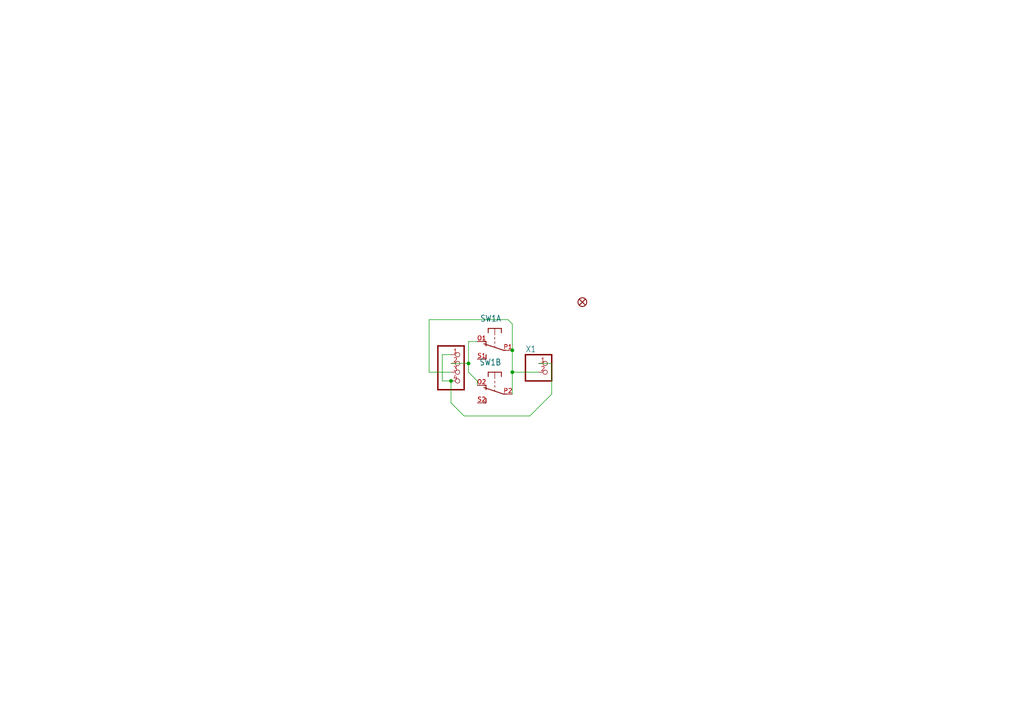
<source format=kicad_sch>
(kicad_sch (version 20231120) (generator "eeschema") (generator_version "8.0")
  (paper "A4")
  (lib_symbols
    (symbol "JST2 switch-eagle-import:CON_JST_PH_2PIN"
      (property "Reference" "X" (at -6.35 5.715 0))
      (symbol "CON_JST_PH_2PIN_1_0"
        (polyline (pts (xy -6.35 -2.54) (xy 1.27 -2.54)) (stroke (width 0.4064)))
        (polyline (pts (xy -6.35 5.08) (xy -6.35 -2.54)) (stroke (width 0.4064)))
        (polyline (pts (xy 1.27 -2.54) (xy 1.27 5.08)) (stroke (width 0.4064)))
        (polyline (pts (xy 1.27 5.08) (xy -6.35 5.08)) (stroke (width 0.4064)))
        (pin passive inverted (at -2.54 2.54 0) (length 2.54) (name "1") (number "1"))
        (pin passive inverted (at -2.54 0 0) (length 2.54) (name "2") (number "2"))
      )
    )
    (symbol "JST2 switch-eagle-import:DPDT-EG1390"
      (property "Reference" "SW" (at -8.255 -1.905 90))
      (symbol "DPDT-EG1390_1_0"
        (polyline (pts (xy -6.35 -1.905) (xy -5.08 -1.905)) (stroke (width 0.254)))
        (polyline (pts (xy -6.35 0) (xy -6.35 -1.905)) (stroke (width 0.254)))
        (polyline (pts (xy -6.35 0) (xy -4.445 0)) (stroke (width 0.1524)))
        (polyline (pts (xy -6.35 1.905) (xy -6.35 0)) (stroke (width 0.254)))
        (polyline (pts (xy -6.35 1.905) (xy -5.08 1.905)) (stroke (width 0.254)))
        (polyline (pts (xy -3.175 0) (xy -3.81 0)) (stroke (width 0.1524)))
        (polyline (pts (xy -2.54 2.54) (xy -2.54 3.175)) (stroke (width 0.254)))
        (polyline (pts (xy -2.54 2.54) (xy -1.27 2.54)) (stroke (width 0.254)))
        (polyline (pts (xy -1.905 0) (xy -2.54 0)) (stroke (width 0.1524)))
        (polyline (pts (xy -0.889 0) (xy -1.27 0)) (stroke (width 0.1524)))
        (polyline (pts (xy 0 -3.175) (xy 0 -2.54)) (stroke (width 0.254)))
        (polyline (pts (xy 0 -2.54) (xy -1.905 3.175)) (stroke (width 0.254)))
        (polyline (pts (xy 1.27 2.54) (xy 2.54 2.54)) (stroke (width 0.254)))
        (polyline (pts (xy 2.54 2.54) (xy 2.54 3.175)) (stroke (width 0.254)))
        (pin passive line (at -2.54 5.08 270) (length 2.54) (name "O") (number "O1"))
        (pin passive line (at 0 -5.08 90) (length 2.54) (name "P") (number "P1"))
        (pin passive line (at 2.54 5.08 270) (length 2.54) (name "S") (number "S1"))
      )
      (symbol "DPDT-EG1390_2_0"
        (polyline (pts (xy -6.35 -1.905) (xy -5.08 -1.905)) (stroke (width 0.254)))
        (polyline (pts (xy -6.35 0) (xy -6.35 -1.905)) (stroke (width 0.254)))
        (polyline (pts (xy -6.35 0) (xy -4.445 0)) (stroke (width 0.1524)))
        (polyline (pts (xy -6.35 1.905) (xy -6.35 0)) (stroke (width 0.254)))
        (polyline (pts (xy -6.35 1.905) (xy -5.08 1.905)) (stroke (width 0.254)))
        (polyline (pts (xy -3.175 0) (xy -3.81 0)) (stroke (width 0.1524)))
        (polyline (pts (xy -2.54 2.54) (xy -2.54 3.175)) (stroke (width 0.254)))
        (polyline (pts (xy -2.54 2.54) (xy -1.27 2.54)) (stroke (width 0.254)))
        (polyline (pts (xy -1.905 0) (xy -2.54 0)) (stroke (width 0.1524)))
        (polyline (pts (xy -0.889 0) (xy -1.27 0)) (stroke (width 0.1524)))
        (polyline (pts (xy 0 -3.175) (xy 0 -2.54)) (stroke (width 0.254)))
        (polyline (pts (xy 0 -2.54) (xy -1.905 3.175)) (stroke (width 0.254)))
        (polyline (pts (xy 1.27 2.54) (xy 2.54 2.54)) (stroke (width 0.254)))
        (polyline (pts (xy 2.54 2.54) (xy 2.54 3.175)) (stroke (width 0.254)))
        (pin passive line (at -2.54 5.08 270) (length 2.54) (name "O") (number "O2"))
        (pin passive line (at 0 -5.08 90) (length 2.54) (name "P") (number "P2"))
        (pin passive line (at 2.54 5.08 270) (length 2.54) (name "S") (number "S2"))
      )
    )
    (symbol "JST2 switch-eagle-import:FIDUCIAL{dblquote}{dblquote}"
      (symbol "FIDUCIAL{dblquote}{dblquote}_1_0"
        (polyline (pts (xy -0.762 0.762) (xy 0.762 -0.762)) (stroke (width 0.254)))
        (polyline (pts (xy 0.762 0.762) (xy -0.762 -0.762)) (stroke (width 0.254)))
        (circle (center 0 0) (radius 1.27) (stroke (width 0.254)))
      )
    )
    (symbol "JST2 switch-eagle-import:PADS-4"
      (symbol "PADS-4_1_0"
        (polyline (pts (xy -5.08 -6.35) (xy 2.54 -6.35)) (stroke (width 0.4064)))
        (polyline (pts (xy -5.08 6.35) (xy -5.08 -6.35)) (stroke (width 0.4064)))
        (polyline (pts (xy 2.54 -6.35) (xy 2.54 6.35)) (stroke (width 0.4064)))
        (polyline (pts (xy 2.54 6.35) (xy -5.08 6.35)) (stroke (width 0.4064)))
        (pin passive inverted (at -1.27 3.81 0) (length 2.54) (name "1") (number "1"))
        (pin passive inverted (at -1.27 1.27 0) (length 2.54) (name "2") (number "2"))
        (pin passive inverted (at -1.27 -1.27 0) (length 2.54) (name "3") (number "3"))
        (pin passive inverted (at -1.27 -3.81 0) (length 2.54) (name "4") (number "4"))
      )
    )
  )
  (junction (at 135.89 105.41))
  (junction (at 130.81 110.49))
  (junction (at 148.59 107.95))
  (junction (at 148.59 101.6))
  (wire (pts (xy 148.59 93.98) (xy 148.59 101.6)) (stroke (width 0.1524)))
  (wire (pts (xy 128.27 110.49) (xy 130.81 110.49)) (stroke (width 0.1524)))
  (wire (pts (xy 160.02 105.41) (xy 156.21 105.41)) (stroke (width 0.1524)))
  (wire (pts (xy 160.02 114.3) (xy 160.02 105.41)) (stroke (width 0.1524)))
  (wire (pts (xy 138.43 99.06) (xy 135.89 99.06)) (stroke (width 0.1524)))
  (wire (pts (xy 138.43 111.76) (xy 138.43 110.49)) (stroke (width 0.1524)))
  (wire (pts (xy 130.81 107.95) (xy 124.46 107.95)) (stroke (width 0.1524)))
  (wire (pts (xy 148.59 101.6) (xy 148.59 107.95)) (stroke (width 0.1524)))
  (wire (pts (xy 153.67 120.65) (xy 134.62 120.65)) (stroke (width 0.1524)))
  (wire (pts (xy 124.46 92.71) (xy 147.32 92.71)) (stroke (width 0.1524)))
  (wire (pts (xy 134.62 120.65) (xy 130.81 116.84)) (stroke (width 0.1524)))
  (wire (pts (xy 138.43 110.49) (xy 135.89 107.95)) (stroke (width 0.1524)))
  (wire (pts (xy 124.46 107.95) (xy 124.46 92.71)) (stroke (width 0.1524)))
  (wire (pts (xy 135.89 107.95) (xy 135.89 105.41)) (stroke (width 0.1524)))
  (wire (pts (xy 153.67 120.65) (xy 160.02 114.3)) (stroke (width 0.1524)))
  (wire (pts (xy 156.21 107.95) (xy 148.59 107.95)) (stroke (width 0.1524)))
  (wire (pts (xy 148.59 107.95) (xy 148.59 114.3)) (stroke (width 0.1524)))
  (wire (pts (xy 135.89 105.41) (xy 135.89 99.06)) (stroke (width 0.1524)))
  (wire (pts (xy 147.32 92.71) (xy 148.59 93.98)) (stroke (width 0.1524)))
  (wire (pts (xy 130.81 102.87) (xy 128.27 102.87)) (stroke (width 0.1524)))
  (wire (pts (xy 130.81 105.41) (xy 135.89 105.41)) (stroke (width 0.1524)))
  (wire (pts (xy 130.81 116.84) (xy 130.81 110.49)) (stroke (width 0.1524)))
  (wire (pts (xy 128.27 102.87) (xy 128.27 110.49)) (stroke (width 0.1524)))
  (symbol (lib_id "JST2 switch-eagle-import:PADS-4") (at 132.08 106.68 0) (unit 1)
    (property "Reference" "JP1" (effects (hide yes)))
    (property "Value" "PADS-4" (effects (hide yes)))
    (property "Footprint" "JST2 switch:PADS-4" (effects (hide yes)))
  )
  (symbol (lib_id "JST2 switch-eagle-import:CON_JST_PH_2PIN") (at 158.75 107.95 0) (unit 1)
    (property "Reference" "X1" (at 152.4 102.235 0) (effects (font (size 1.778 1.5113)) (justify left bottom)))
    (property "Value" "CON_JST_PH_2PIN" (effects (hide yes)))
    (property "Footprint" "JST2 switch:JSTPH2" (effects (hide yes)))
  )
  (symbol (lib_id "JST2 switch-eagle-import:DPDT-EG1390") (at 143.51 101.6 90) (mirror x) (unit 1)
    (property "Reference" "SW1" (at 145.415 93.345 90) (effects (font (size 1.778 1.5113)) (justify left bottom)))
    (property "Value" "DPDT-EG1390" (effects (hide yes)))
    (property "Footprint" "JST2 switch:EG1390" (effects (hide yes)))
  )
  (symbol (lib_id "JST2 switch-eagle-import:DPDT-EG1390") (at 143.51 114.3 90) (mirror x) (unit 2)
    (property "Reference" "SW1" (at 145.415 106.045 90) (effects (font (size 1.778 1.5113)) (justify left bottom)))
    (property "Value" "DPDT-EG1390" (effects (hide yes)))
    (property "Footprint" "JST2 switch:EG1390" (effects (hide yes)))
  )
  (symbol (lib_id "JST2 switch-eagle-import:FIDUCIAL{dblquote}{dblquote}") (at 168.91 87.63 0) (unit 1)
    (property "Reference" "FID1" (effects (hide yes)))
    (property "Value" "FIDUCIAL{dblquote}{dblquote}" (effects (hide yes)))
    (property "Footprint" "JST2 switch:FIDUCIAL_1MM" (effects (hide yes)))
  )
)
</source>
